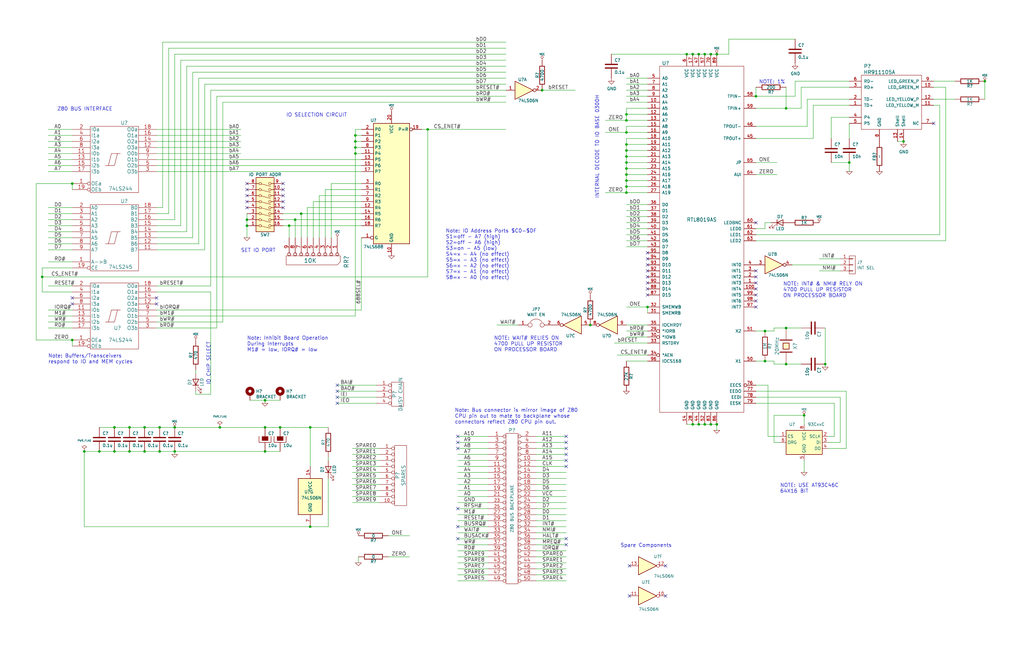
<source format=kicad_sch>
(kicad_sch (version 20211123) (generator eeschema)
  (paper "B")
  (junction (at 104.14 95.25))
  (junction (at 331.47 138.43))
  (junction (at 297.18 22.86))
  (junction (at 92.71 180.34))
  (junction (at 248.92 137.16))
  (junction (at 104.14 92.71))
  (junction (at 149.86 62.23))
  (junction (at 149.86 59.69))
  (junction (at 118.11 180.34))
  (junction (at 292.1 22.86))
  (junction (at 149.86 57.15))
  (junction (at 149.86 64.77))
  (junction (at 331.47 45.72))
  (junction (at 322.58 152.4))
  (junction (at 264.16 76.2))
  (junction (at 297.18 179.07))
  (junction (at 294.64 22.86))
  (junction (at 127 90.17))
  (junction (at 41.91 190.5))
  (junction (at 347.98 153.67))
  (junction (at 111.76 190.5))
  (junction (at 130.81 222.25))
  (junction (at 318.77 40.64))
  (junction (at 264.16 50.8))
  (junction (at 130.81 180.34))
  (junction (at 67.31 190.5))
  (junction (at 264.16 73.66))
  (junction (at 299.72 179.07))
  (junction (at 124.46 92.71))
  (junction (at 48.26 190.5))
  (junction (at 339.09 175.26))
  (junction (at 381 59.69))
  (junction (at 30.48 77.47))
  (junction (at 264.16 66.04))
  (junction (at 180.34 54.61))
  (junction (at 322.58 139.7))
  (junction (at 54.61 180.34))
  (junction (at 60.96 190.5))
  (junction (at 60.96 180.34))
  (junction (at 67.31 180.34))
  (junction (at 415.29 34.29))
  (junction (at 73.66 180.34))
  (junction (at 264.16 68.58))
  (junction (at 121.92 95.25))
  (junction (at 358.14 68.58))
  (junction (at 264.16 60.96))
  (junction (at 17.78 116.84))
  (junction (at 264.16 55.88))
  (junction (at 331.47 153.67))
  (junction (at 228.6 38.1))
  (junction (at 302.26 22.86))
  (junction (at 264.16 48.26))
  (junction (at 292.1 179.07))
  (junction (at 302.26 179.07))
  (junction (at 273.05 129.54))
  (junction (at 299.72 22.86))
  (junction (at 54.61 190.5))
  (junction (at 289.56 22.86))
  (junction (at 48.26 180.34))
  (junction (at 264.16 71.12))
  (junction (at 111.76 180.34))
  (junction (at 294.64 179.07))
  (junction (at 35.56 190.5))
  (junction (at 73.66 190.5))
  (junction (at 264.16 63.5))
  (junction (at 264.16 81.28))
  (junction (at 30.48 143.51))
  (junction (at 111.76 168.91))
  (junction (at 264.16 78.74))
  (no_connect (at 265.43 251.46))
  (no_connect (at 318.77 116.84))
  (no_connect (at 318.77 114.3))
  (no_connect (at 119.38 85.09))
  (no_connect (at 393.7 52.07))
  (no_connect (at 30.48 128.27))
  (no_connect (at 104.14 77.47))
  (no_connect (at 142.24 167.64))
  (no_connect (at 104.14 87.63))
  (no_connect (at 318.77 121.92))
  (no_connect (at 193.04 184.15))
  (no_connect (at 104.14 82.55))
  (no_connect (at 193.04 214.63))
  (no_connect (at 104.14 80.01))
  (no_connect (at 273.05 111.76))
  (no_connect (at 119.38 82.55))
  (no_connect (at 119.38 80.01))
  (no_connect (at 238.76 229.87))
  (no_connect (at 193.04 186.69))
  (no_connect (at 273.05 116.84))
  (no_connect (at 318.77 129.54))
  (no_connect (at 273.05 121.92))
  (no_connect (at 238.76 184.15))
  (no_connect (at 30.48 125.73))
  (no_connect (at 119.38 87.63))
  (no_connect (at 66.04 125.73))
  (no_connect (at 273.05 106.68))
  (no_connect (at 66.04 128.27))
  (no_connect (at 238.76 191.77))
  (no_connect (at 318.77 93.98))
  (no_connect (at 273.05 124.46))
  (no_connect (at 104.14 85.09))
  (no_connect (at 318.77 119.38))
  (no_connect (at 142.24 170.18))
  (no_connect (at 238.76 196.85))
  (no_connect (at 318.77 127))
  (no_connect (at 318.77 124.46))
  (no_connect (at 193.04 222.25))
  (no_connect (at 119.38 77.47))
  (no_connect (at 238.76 194.31))
  (no_connect (at 193.04 189.23))
  (no_connect (at 142.24 165.1))
  (no_connect (at 273.05 119.38))
  (no_connect (at 238.76 186.69))
  (no_connect (at 238.76 189.23))
  (no_connect (at 280.67 238.76))
  (no_connect (at 142.24 162.56))
  (no_connect (at 265.43 238.76))
  (no_connect (at 193.04 227.33))
  (no_connect (at 280.67 251.46))
  (no_connect (at 238.76 227.33))
  (no_connect (at 273.05 109.22))
  (no_connect (at 273.05 114.3))
  (wire (pts (xy 111.76 180.34) (xy 118.11 180.34)))
  (wire (pts (xy 226.06 201.93) (xy 238.76 201.93)))
  (wire (pts (xy 318.77 45.72) (xy 331.47 45.72)))
  (wire (pts (xy 30.48 80.01) (xy 30.48 77.47)))
  (wire (pts (xy 325.12 93.98) (xy 322.58 93.98)))
  (wire (pts (xy 358.14 52.07) (xy 358.14 58.42)))
  (wire (pts (xy 119.38 92.71) (xy 124.46 92.71)))
  (wire (pts (xy 273.05 35.56) (xy 264.16 35.56)))
  (wire (pts (xy 226.06 204.47) (xy 238.76 204.47)))
  (wire (pts (xy 73.66 22.86) (xy 73.66 92.71)))
  (wire (pts (xy 358.14 68.58) (xy 358.14 72.39)))
  (wire (pts (xy 381 59.69) (xy 378.46 59.69)))
  (wire (pts (xy 260.35 149.86) (xy 273.05 149.86)))
  (wire (pts (xy 226.06 222.25) (xy 238.76 222.25)))
  (wire (pts (xy 20.32 67.31) (xy 30.48 67.31)))
  (wire (pts (xy 54.61 190.5) (xy 60.96 190.5)))
  (wire (pts (xy 354.33 109.22) (xy 345.44 109.22)))
  (wire (pts (xy 264.16 68.58) (xy 273.05 68.58)))
  (wire (pts (xy 393.7 41.91) (xy 402.59 41.91)))
  (wire (pts (xy 66.04 69.85) (xy 152.4 69.85)))
  (wire (pts (xy 354.33 186.69) (xy 354.33 167.64)))
  (wire (pts (xy 124.46 100.33) (xy 124.46 92.71)))
  (wire (pts (xy 180.34 54.61) (xy 213.36 54.61)))
  (wire (pts (xy 66.04 138.43) (xy 91.44 138.43)))
  (wire (pts (xy 148.59 199.39) (xy 160.02 199.39)))
  (wire (pts (xy 354.33 167.64) (xy 318.77 167.64)))
  (wire (pts (xy 180.34 116.84) (xy 180.34 54.61)))
  (wire (pts (xy 226.06 217.17) (xy 238.76 217.17)))
  (wire (pts (xy 318.77 68.58) (xy 327.66 68.58)))
  (wire (pts (xy 17.78 113.03) (xy 17.78 116.84)))
  (wire (pts (xy 177.8 54.61) (xy 180.34 54.61)))
  (wire (pts (xy 86.36 105.41) (xy 86.36 35.56)))
  (wire (pts (xy 356.87 189.23) (xy 349.25 189.23)))
  (wire (pts (xy 273.05 99.06) (xy 264.16 99.06)))
  (wire (pts (xy 193.04 199.39) (xy 205.74 199.39)))
  (wire (pts (xy 193.04 245.11) (xy 205.74 245.11)))
  (wire (pts (xy 124.46 92.71) (xy 152.4 92.71)))
  (wire (pts (xy 264.16 60.96) (xy 264.16 63.5)))
  (wire (pts (xy 226.06 227.33) (xy 238.76 227.33)))
  (wire (pts (xy 264.16 71.12) (xy 273.05 71.12)))
  (wire (pts (xy 322.58 93.98) (xy 322.58 96.52)))
  (wire (pts (xy 66.04 123.19) (xy 88.9 123.19)))
  (wire (pts (xy 351.79 170.18) (xy 351.79 184.15)))
  (wire (pts (xy 76.2 25.4) (xy 213.36 25.4)))
  (wire (pts (xy 226.06 199.39) (xy 238.76 199.39)))
  (wire (pts (xy 335.28 40.64) (xy 335.28 34.29)))
  (wire (pts (xy 331.47 138.43) (xy 337.82 138.43)))
  (wire (pts (xy 326.39 186.69) (xy 326.39 175.26)))
  (wire (pts (xy 111.76 190.5) (xy 118.11 190.5)))
  (wire (pts (xy 226.06 234.95) (xy 238.76 234.95)))
  (wire (pts (xy 393.7 34.29) (xy 402.59 34.29)))
  (wire (pts (xy 318.77 165.1) (xy 356.87 165.1)))
  (wire (pts (xy 326.39 153.67) (xy 331.47 153.67)))
  (wire (pts (xy 226.06 189.23) (xy 238.76 189.23)))
  (wire (pts (xy 340.36 41.91) (xy 340.36 53.34)))
  (wire (pts (xy 331.47 45.72) (xy 337.82 45.72)))
  (wire (pts (xy 149.86 57.15) (xy 149.86 54.61)))
  (wire (pts (xy 193.04 209.55) (xy 205.74 209.55)))
  (wire (pts (xy 323.85 162.56) (xy 318.77 162.56)))
  (wire (pts (xy 331.47 36.83) (xy 331.47 45.72)))
  (wire (pts (xy 20.32 110.49) (xy 30.48 110.49)))
  (wire (pts (xy 149.86 133.35) (xy 149.86 64.77)))
  (wire (pts (xy 273.05 38.1) (xy 264.16 38.1)))
  (wire (pts (xy 121.92 100.33) (xy 121.92 95.25)))
  (wire (pts (xy 264.16 81.28) (xy 273.05 81.28)))
  (wire (pts (xy 264.16 53.34) (xy 264.16 55.88)))
  (wire (pts (xy 226.06 219.71) (xy 238.76 219.71)))
  (wire (pts (xy 264.16 66.04) (xy 273.05 66.04)))
  (wire (pts (xy 193.04 191.77) (xy 205.74 191.77)))
  (wire (pts (xy 193.04 214.63) (xy 205.74 214.63)))
  (wire (pts (xy 302.26 22.86) (xy 307.34 22.86)))
  (wire (pts (xy 152.4 62.23) (xy 149.86 62.23)))
  (wire (pts (xy 264.16 68.58) (xy 264.16 71.12)))
  (wire (pts (xy 105.41 168.91) (xy 111.76 168.91)))
  (wire (pts (xy 142.24 162.56) (xy 158.75 162.56)))
  (wire (pts (xy 83.82 33.02) (xy 83.82 102.87)))
  (wire (pts (xy 35.56 190.5) (xy 35.56 222.25)))
  (wire (pts (xy 218.44 137.16) (xy 209.55 137.16)))
  (wire (pts (xy 66.04 72.39) (xy 152.4 72.39)))
  (wire (pts (xy 104.14 95.25) (xy 104.14 100.33)))
  (wire (pts (xy 322.58 96.52) (xy 318.77 96.52)))
  (wire (pts (xy 93.98 135.89) (xy 93.98 43.18)))
  (wire (pts (xy 226.06 229.87) (xy 238.76 229.87)))
  (wire (pts (xy 328.93 184.15) (xy 323.85 184.15)))
  (wire (pts (xy 81.28 100.33) (xy 66.04 100.33)))
  (wire (pts (xy 351.79 184.15) (xy 349.25 184.15)))
  (wire (pts (xy 60.96 190.5) (xy 67.31 190.5)))
  (wire (pts (xy 48.26 190.5) (xy 54.61 190.5)))
  (wire (pts (xy 134.62 82.55) (xy 152.4 82.55)))
  (wire (pts (xy 273.05 93.98) (xy 264.16 93.98)))
  (wire (pts (xy 350.52 49.53) (xy 350.52 58.42)))
  (wire (pts (xy 66.04 135.89) (xy 93.98 135.89)))
  (wire (pts (xy 66.04 67.31) (xy 152.4 67.31)))
  (wire (pts (xy 66.04 133.35) (xy 149.86 133.35)))
  (wire (pts (xy 264.16 48.26) (xy 264.16 50.8)))
  (wire (pts (xy 82.55 157.48) (xy 82.55 156.21)))
  (wire (pts (xy 88.9 123.19) (xy 88.9 166.37)))
  (wire (pts (xy 67.31 190.5) (xy 73.66 190.5)))
  (wire (pts (xy 337.82 36.83) (xy 337.82 45.72)))
  (wire (pts (xy 257.81 22.86) (xy 289.56 22.86)))
  (wire (pts (xy 134.62 100.33) (xy 134.62 82.55)))
  (wire (pts (xy 396.24 44.45) (xy 393.7 44.45)))
  (wire (pts (xy 138.43 194.31) (xy 138.43 193.04)))
  (wire (pts (xy 130.81 222.25) (xy 138.43 222.25)))
  (wire (pts (xy 66.04 54.61) (xy 101.6 54.61)))
  (wire (pts (xy 322.58 152.4) (xy 326.39 152.4)))
  (wire (pts (xy 101.6 62.23) (xy 66.04 62.23)))
  (wire (pts (xy 71.12 20.32) (xy 71.12 90.17)))
  (wire (pts (xy 326.39 138.43) (xy 331.47 138.43)))
  (wire (pts (xy 193.04 227.33) (xy 205.74 227.33)))
  (wire (pts (xy 152.4 54.61) (xy 149.86 54.61)))
  (wire (pts (xy 255.27 55.88) (xy 264.16 55.88)))
  (wire (pts (xy 91.44 138.43) (xy 91.44 40.64)))
  (wire (pts (xy 20.32 90.17) (xy 30.48 90.17)))
  (wire (pts (xy 273.05 86.36) (xy 264.16 86.36)))
  (wire (pts (xy 273.05 142.24) (xy 264.16 142.24)))
  (wire (pts (xy 20.32 120.65) (xy 30.48 120.65)))
  (wire (pts (xy 226.06 196.85) (xy 238.76 196.85)))
  (wire (pts (xy 326.39 175.26) (xy 339.09 175.26)))
  (wire (pts (xy 66.04 130.81) (xy 152.4 130.81)))
  (wire (pts (xy 41.91 180.34) (xy 48.26 180.34)))
  (wire (pts (xy 294.64 179.07) (xy 297.18 179.07)))
  (wire (pts (xy 398.78 36.83) (xy 398.78 101.6)))
  (wire (pts (xy 20.32 133.35) (xy 30.48 133.35)))
  (wire (pts (xy 68.58 17.78) (xy 213.36 17.78)))
  (wire (pts (xy 20.32 72.39) (xy 30.48 72.39)))
  (wire (pts (xy 76.2 25.4) (xy 76.2 95.25)))
  (wire (pts (xy 264.16 76.2) (xy 264.16 78.74)))
  (wire (pts (xy 340.36 41.91) (xy 358.14 41.91)))
  (wire (pts (xy 127 100.33) (xy 127 90.17)))
  (wire (pts (xy 119.38 90.17) (xy 127 90.17)))
  (wire (pts (xy 226.06 209.55) (xy 238.76 209.55)))
  (wire (pts (xy 347.98 138.43) (xy 347.98 153.67)))
  (wire (pts (xy 226.06 207.01) (xy 238.76 207.01)))
  (wire (pts (xy 297.18 179.07) (xy 299.72 179.07)))
  (wire (pts (xy 104.14 92.71) (xy 104.14 95.25)))
  (wire (pts (xy 91.44 40.64) (xy 213.36 40.64)))
  (wire (pts (xy 152.4 100.33) (xy 152.4 130.81)))
  (wire (pts (xy 193.04 194.31) (xy 205.74 194.31)))
  (wire (pts (xy 322.58 139.7) (xy 326.39 139.7)))
  (wire (pts (xy 35.56 190.5) (xy 41.91 190.5)))
  (wire (pts (xy 17.78 116.84) (xy 17.78 123.19)))
  (wire (pts (xy 152.4 59.69) (xy 149.86 59.69)))
  (wire (pts (xy 129.54 87.63) (xy 152.4 87.63)))
  (wire (pts (xy 264.16 73.66) (xy 264.16 76.2)))
  (wire (pts (xy 193.04 217.17) (xy 205.74 217.17)))
  (wire (pts (xy 354.33 114.3) (xy 345.44 114.3)))
  (wire (pts (xy 73.66 190.5) (xy 111.76 190.5)))
  (wire (pts (xy 148.59 191.77) (xy 160.02 191.77)))
  (wire (pts (xy 119.38 95.25) (xy 121.92 95.25)))
  (wire (pts (xy 20.32 105.41) (xy 30.48 105.41)))
  (wire (pts (xy 415.29 41.91) (xy 415.29 34.29)))
  (wire (pts (xy 273.05 101.6) (xy 264.16 101.6)))
  (wire (pts (xy 289.56 179.07) (xy 292.1 179.07)))
  (wire (pts (xy 142.24 170.18) (xy 158.75 170.18)))
  (wire (pts (xy 68.58 17.78) (xy 68.58 87.63)))
  (wire (pts (xy 264.16 45.72) (xy 264.16 48.26)))
  (wire (pts (xy 350.52 68.58) (xy 358.14 68.58)))
  (wire (pts (xy 20.32 135.89) (xy 30.48 135.89)))
  (wire (pts (xy 148.59 201.93) (xy 160.02 201.93)))
  (wire (pts (xy 193.04 229.87) (xy 205.74 229.87)))
  (wire (pts (xy 242.57 38.1) (xy 228.6 38.1)))
  (wire (pts (xy 139.7 77.47) (xy 152.4 77.47)))
  (wire (pts (xy 17.78 116.84) (xy 180.34 116.84)))
  (wire (pts (xy 264.16 55.88) (xy 273.05 55.88)))
  (wire (pts (xy 318.77 40.64) (xy 335.28 40.64)))
  (wire (pts (xy 193.04 234.95) (xy 205.74 234.95)))
  (wire (pts (xy 139.7 100.33) (xy 139.7 77.47)))
  (wire (pts (xy 76.2 95.25) (xy 66.04 95.25)))
  (wire (pts (xy 20.32 102.87) (xy 30.48 102.87)))
  (wire (pts (xy 142.24 167.64) (xy 158.75 167.64)))
  (wire (pts (xy 273.05 96.52) (xy 264.16 96.52)))
  (wire (pts (xy 148.59 209.55) (xy 160.02 209.55)))
  (wire (pts (xy 193.04 207.01) (xy 205.74 207.01)))
  (wire (pts (xy 152.4 64.77) (xy 149.86 64.77)))
  (wire (pts (xy 339.09 175.26) (xy 339.09 179.07)))
  (wire (pts (xy 193.04 232.41) (xy 205.74 232.41)))
  (wire (pts (xy 148.59 194.31) (xy 160.02 194.31)))
  (wire (pts (xy 101.6 57.15) (xy 66.04 57.15)))
  (wire (pts (xy 88.9 38.1) (xy 213.36 38.1)))
  (wire (pts (xy 193.04 222.25) (xy 205.74 222.25)))
  (wire (pts (xy 137.16 100.33) (xy 137.16 80.01)))
  (wire (pts (xy 86.36 35.56) (xy 213.36 35.56)))
  (wire (pts (xy 349.25 186.69) (xy 354.33 186.69)))
  (wire (pts (xy 193.04 219.71) (xy 205.74 219.71)))
  (wire (pts (xy 20.32 64.77) (xy 30.48 64.77)))
  (wire (pts (xy 273.05 40.64) (xy 264.16 40.64)))
  (wire (pts (xy 342.9 44.45) (xy 342.9 58.42)))
  (wire (pts (xy 398.78 101.6) (xy 318.77 101.6)))
  (wire (pts (xy 48.26 180.34) (xy 54.61 180.34)))
  (wire (pts (xy 358.14 44.45) (xy 342.9 44.45)))
  (wire (pts (xy 81.28 30.48) (xy 213.36 30.48)))
  (wire (pts (xy 273.05 129.54) (xy 273.05 132.08)))
  (wire (pts (xy 20.32 62.23) (xy 30.48 62.23)))
  (wire (pts (xy 226.06 191.77) (xy 238.76 191.77)))
  (wire (pts (xy 71.12 90.17) (xy 66.04 90.17)))
  (wire (pts (xy 307.34 16.51) (xy 335.28 16.51)))
  (wire (pts (xy 226.06 194.31) (xy 238.76 194.31)))
  (wire (pts (xy 193.04 189.23) (xy 205.74 189.23)))
  (wire (pts (xy 149.86 62.23) (xy 149.86 59.69)))
  (wire (pts (xy 130.81 196.85) (xy 130.81 180.34)))
  (wire (pts (xy 163.83 226.06) (xy 172.72 226.06)))
  (wire (pts (xy 347.98 153.67) (xy 347.98 154.94)))
  (wire (pts (xy 132.08 85.09) (xy 152.4 85.09)))
  (wire (pts (xy 264.16 78.74) (xy 264.16 81.28)))
  (wire (pts (xy 20.32 97.79) (xy 30.48 97.79)))
  (wire (pts (xy 264.16 66.04) (xy 264.16 68.58)))
  (wire (pts (xy 193.04 224.79) (xy 205.74 224.79)))
  (wire (pts (xy 226.06 186.69) (xy 238.76 186.69)))
  (wire (pts (xy 273.05 43.18) (xy 264.16 43.18)))
  (wire (pts (xy 193.04 204.47) (xy 205.74 204.47)))
  (wire (pts (xy 356.87 165.1) (xy 356.87 189.23)))
  (wire (pts (xy 20.32 100.33) (xy 30.48 100.33)))
  (wire (pts (xy 15.24 77.47) (xy 30.48 77.47)))
  (wire (pts (xy 328.93 186.69) (xy 326.39 186.69)))
  (wire (pts (xy 132.08 100.33) (xy 132.08 85.09)))
  (wire (pts (xy 15.24 143.51) (xy 15.24 77.47)))
  (wire (pts (xy 323.85 184.15) (xy 323.85 162.56)))
  (wire (pts (xy 350.52 49.53) (xy 358.14 49.53)))
  (wire (pts (xy 78.74 97.79) (xy 66.04 97.79)))
  (wire (pts (xy 78.74 27.94) (xy 78.74 97.79)))
  (wire (pts (xy 73.66 22.86) (xy 213.36 22.86)))
  (wire (pts (xy 193.04 201.93) (xy 205.74 201.93)))
  (wire (pts (xy 264.16 71.12) (xy 264.16 73.66)))
  (wire (pts (xy 148.59 196.85) (xy 160.02 196.85)))
  (wire (pts (xy 104.14 90.17) (xy 104.14 92.71)))
  (wire (pts (xy 129.54 100.33) (xy 129.54 87.63)))
  (wire (pts (xy 273.05 139.7) (xy 264.16 139.7)))
  (wire (pts (xy 127 90.17) (xy 152.4 90.17)))
  (wire (pts (xy 226.06 240.03) (xy 238.76 240.03)))
  (wire (pts (xy 294.64 22.86) (xy 297.18 22.86)))
  (wire (pts (xy 149.86 64.77) (xy 149.86 62.23)))
  (wire (pts (xy 226.06 224.79) (xy 238.76 224.79)))
  (wire (pts (xy 393.7 36.83) (xy 398.78 36.83)))
  (wire (pts (xy 142.24 165.1) (xy 158.75 165.1)))
  (wire (pts (xy 318.77 53.34) (xy 340.36 53.34)))
  (wire (pts (xy 151.13 234.95) (xy 151.13 237.49)))
  (wire (pts (xy 226.06 212.09) (xy 238.76 212.09)))
  (wire (pts (xy 307.34 22.86) (xy 307.34 16.51)))
  (wire (pts (xy 273.05 152.4) (xy 264.16 152.4)))
  (wire (pts (xy 111.76 168.91) (xy 111.76 170.18)))
  (wire (pts (xy 297.18 22.86) (xy 299.72 22.86)))
  (wire (pts (xy 148.59 207.01) (xy 160.02 207.01)))
  (wire (pts (xy 138.43 201.93) (xy 138.43 222.25)))
  (wire (pts (xy 331.47 153.67) (xy 337.82 153.67)))
  (wire (pts (xy 78.74 27.94) (xy 213.36 27.94)))
  (wire (pts (xy 264.16 63.5) (xy 273.05 63.5)))
  (wire (pts (xy 148.59 212.09) (xy 160.02 212.09)))
  (wire (pts (xy 30.48 143.51) (xy 30.48 146.05)))
  (wire (pts (xy 88.9 120.65) (xy 88.9 38.1)))
  (wire (pts (xy 264.16 58.42) (xy 264.16 60.96)))
  (wire (pts (xy 255.27 81.28) (xy 264.16 81.28)))
  (wire (pts (xy 82.55 166.37) (xy 82.55 165.1)))
  (wire (pts (xy 66.04 105.41) (xy 86.36 105.41)))
  (wire (pts (xy 339.09 194.31) (xy 339.09 199.39)))
  (wire (pts (xy 299.72 22.86) (xy 302.26 22.86)))
  (wire (pts (xy 118.11 180.34) (xy 130.81 180.34)))
  (wire (pts (xy 264.16 60.96) (xy 273.05 60.96)))
  (wire (pts (xy 273.05 33.02) (xy 264.16 33.02)))
  (wire (pts (xy 273.05 91.44) (xy 264.16 91.44)))
  (wire (pts (xy 255.27 50.8) (xy 264.16 50.8)))
  (wire (pts (xy 273.05 104.14) (xy 264.16 104.14)))
  (wire (pts (xy 130.81 180.34) (xy 138.43 180.34)))
  (wire (pts (xy 335.28 34.29) (xy 358.14 34.29)))
  (wire (pts (xy 226.06 184.15) (xy 238.76 184.15)))
  (wire (pts (xy 318.77 170.18) (xy 351.79 170.18)))
  (wire (pts (xy 264.16 63.5) (xy 264.16 66.04)))
  (wire (pts (xy 273.05 45.72) (xy 264.16 45.72)))
  (wire (pts (xy 318.77 58.42) (xy 342.9 58.42)))
  (wire (pts (xy 273.05 50.8) (xy 264.16 50.8)))
  (wire (pts (xy 193.04 240.03) (xy 205.74 240.03)))
  (wire (pts (xy 292.1 22.86) (xy 294.64 22.86)))
  (wire (pts (xy 83.82 33.02) (xy 213.36 33.02)))
  (wire (pts (xy 60.96 180.34) (xy 67.31 180.34)))
  (wire (pts (xy 81.28 30.48) (xy 81.28 100.33)))
  (wire (pts (xy 20.32 54.61) (xy 30.48 54.61)))
  (wire (pts (xy 92.71 180.34) (xy 111.76 180.34)))
  (wire (pts (xy 326.39 139.7) (xy 326.39 138.43)))
  (wire (pts (xy 264.16 78.74) (xy 273.05 78.74)))
  (wire (pts (xy 193.04 196.85) (xy 205.74 196.85)))
  (wire (pts (xy 163.83 234.95) (xy 172.72 234.95)))
  (wire (pts (xy 264.16 129.54) (xy 273.05 129.54)))
  (wire (pts (xy 273.05 48.26) (xy 264.16 48.26)))
  (wire (pts (xy 15.24 143.51) (xy 30.48 143.51)))
  (wire (pts (xy 318.77 139.7) (xy 322.58 139.7)))
  (wire (pts (xy 318.77 36.83) (xy 318.77 40.64)))
  (wire (pts (xy 193.04 237.49) (xy 205.74 237.49)))
  (wire (pts (xy 226.06 245.11) (xy 238.76 245.11)))
  (wire (pts (xy 289.56 22.86) (xy 292.1 22.86)))
  (wire (pts (xy 20.32 57.15) (xy 30.48 57.15)))
  (wire (pts (xy 67.31 180.34) (xy 73.66 180.34)))
  (wire (pts (xy 334.01 111.76) (xy 354.33 111.76)))
  (wire (pts (xy 121.92 95.25) (xy 152.4 95.25)))
  (wire (pts (xy 54.61 180.34) (xy 60.96 180.34)))
  (wire (pts (xy 20.32 95.25) (xy 30.48 95.25)))
  (wire (pts (xy 273.05 53.34) (xy 264.16 53.34)))
  (wire (pts (xy 226.06 237.49) (xy 238.76 237.49)))
  (wire (pts (xy 226.06 232.41) (xy 238.76 232.41)))
  (wire (pts (xy 73.66 190.5) (xy 73.66 191.77)))
  (wire (pts (xy 20.32 59.69) (xy 30.48 59.69)))
  (wire (pts (xy 264.16 76.2) (xy 273.05 76.2)))
  (wire (pts (xy 273.05 144.78) (xy 259.08 144.78)))
  (wire (pts (xy 137.16 80.01) (xy 152.4 80.01)))
  (wire (pts (xy 292.1 179.07) (xy 294.64 179.07)))
  (wire (pts (xy 302.26 179.07) (xy 302.26 181.61)))
  (wire (pts (xy 83.82 102.87) (xy 66.04 102.87)))
  (wire (pts (xy 318.77 73.66) (xy 327.66 73.66)))
  (wire (pts (xy 337.82 36.83) (xy 358.14 36.83)))
  (wire (pts (xy 226.06 214.63) (xy 238.76 214.63)))
  (wire (pts (xy 148.59 204.47) (xy 160.02 204.47)))
  (wire (pts (xy 66.04 120.65) (xy 88.9 120.65)))
  (wire (pts (xy 20.32 92.71) (xy 30.48 92.71)))
  (wire (pts (xy 273.05 137.16) (xy 264.16 137.16)))
  (wire (pts (xy 66.04 59.69) (xy 101.6 59.69)))
  (wire (pts (xy 299.72 179.07) (xy 302.26 179.07)))
  (wire (pts (xy 226.06 242.57) (xy 238.76 242.57)))
  (wire (pts (xy 20.32 130.81) (xy 30.48 130.81)))
  (wire (pts (xy 193.04 186.69) (xy 205.74 186.69)))
  (wire (pts (xy 20.32 69.85) (xy 30.48 69.85)))
  (wire (pts (xy 148.59 189.23) (xy 160.02 189.23)))
  (wire (pts (xy 17.78 113.03) (xy 30.48 113.03)))
  (wire (pts (xy 318.77 99.06) (xy 396.24 99.06)))
  (wire (pts (xy 93.98 43.18) (xy 213.36 43.18)))
  (wire (pts (xy 20.32 87.63) (xy 30.48 87.63)))
  (wire (pts (xy 101.6 64.77) (xy 66.04 64.77)))
  (wire (pts (xy 71.12 20.32) (xy 213.36 20.32)))
  (wire (pts (xy 20.32 138.43) (xy 30.48 138.43)))
  (wire (pts (xy 17.78 123.19) (xy 30.48 123.19)))
  (wire (pts (xy 264.16 73.66) (xy 273.05 73.66)))
  (wire (pts (xy 35.56 222.25) (xy 130.81 222.25)))
  (wire (pts (xy 68.58 87.63) (xy 66.04 87.63)))
  (wire (pts (xy 73.66 180.34) (xy 92.71 180.34)))
  (wire (pts (xy 273.05 88.9) (xy 264.16 88.9)))
  (wire (pts (xy 396.24 99.06) (xy 396.24 44.45)))
  (wire (pts (xy 152.4 57.15) (xy 149.86 57.15)))
  (wire (pts (xy 193.04 184.15) (xy 205.74 184.15)))
  (wire (pts (xy 326.39 152.4) (xy 326.39 153.67)))
  (wire (pts (xy 318.77 152.4) (xy 322.58 152.4)))
  (wire (pts (xy 41.91 190.5) (xy 48.26 190.5)))
  (wire (pts (xy 88.9 166.37) (xy 82.55 166.37)))
  (wire (pts (xy 193.04 212.09) (xy 205.74 212.09)))
  (wire (pts (xy 111.76 168.91) (xy 118.11 168.91)))
  (wire (pts (xy 264.16 58.42) (xy 273.05 58.42)))
  (wire (pts (xy 73.66 92.71) (xy 66.04 92.71)))
  (wire (pts (xy 149.86 59.69) (xy 149.86 57.15)))
  (wire (pts (xy 193.04 242.57) (xy 205.74 242.57)))
  (text "Note: IO Address Ports $C0-$DF\nS1=off - A7 (high)\nS2=off - A6 (high)\nS3=on - A5 (low)\nS4=x - A4 (no effect)\nS5=x - A3 (no effect)\nS6=x - A2 (no effect)\nS7=x - A1 (no effect)\nS8=x - A0 (no effect)" (at 187.96 118.11 0) (effects (font (size 1.524 1.524)) (justify left bottom)))
  (text "NOTE: INT# & NMI# RELY ON\n4700 PULL UP RESISTOR\nON PROCESSOR BOARD" (at 330.2 125.73 0) (effects (font (size 1.524 1.524)) (justify left bottom)))
  (text "Note: Inhibit Board Operation\nDuring Interrupts\nM1# = low, IORQ# = low" (at 104.14 148.59 0) (effects (font (size 1.524 1.524)) (justify left bottom)))
  (text "NOTE: USE AT93C46C\n64X16 BIT" (at 328.93 208.28 0) (effects (font (size 1.524 1.524)) (justify left bottom)))
  (text "NOTE: 1%" (at 320.04 35.56 0) (effects (font (size 1.524 1.524)) (justify left bottom)))
  (text "NOTE: WAIT# RELIES ON\n4700 PULL UP RESISTOR\nON PROCESSOR BOARD" (at 208.28 148.59 0) (effects (font (size 1.524 1.524)) (justify left bottom)))
  (text "INTERNAL DECODE TO IO BASE 0300H" (at 252.73 83.82 90) (effects (font (size 1.524 1.524)) (justify left bottom)))
  (text "IO CHIP SELECT" (at 88.9 162.56 90) (effects (font (size 1.524 1.524)) (justify left bottom)))
  (text "Note: Buffers/Transceivers\nrespond to IO and MEM cycles" (at 20.32 153.67 0) (effects (font (size 1.524 1.524)) (justify left bottom)))
  (text "Z80 BUS INTERFACE" (at 24.13 46.99 0) (effects (font (size 1.524 1.524)) (justify left bottom)))
  (text "Note: Bus connector is mirror image of Z80\nCPU pin out to mate to backplane whose\nconnectors reflect Z80 CPU pin out." (at 191.77 179.07 0) (effects (font (size 1.524 1.524)) (justify left bottom)))
  (text "IO SELECTION CIRCUIT" (at 120.65 49.53 0) (effects (font (size 1.524 1.524)) (justify left bottom)))
  (text "Spare Components" (at 261.62 231.14 0) (effects (font (size 1.524 1.524)) (justify left bottom)))
  (text "SET IO PORT" (at 101.6 106.68 0) (effects (font (size 1.524 1.524)) (justify left bottom)))
  (label "bD5" (at 265.43 99.06 0) (effects (font (size 1.524 1.524))))
  (label "bWR#" (at 67.31 135.89 0) (effects (font (size 1.524 1.524))))
  (label "D7" (at 228.6 214.63 0) (effects (font (size 1.524 1.524))))
  (label "A5" (at 195.58 196.85 0) (effects (font (size 1.524 1.524))))
  (label "SPARE1" (at 228.6 237.49 0) (effects (font (size 1.524 1.524))))
  (label "M1#" (at 22.86 133.35 0) (effects (font (size 1.524 1.524))))
  (label "M1#" (at 195.58 217.17 0) (effects (font (size 1.524 1.524))))
  (label "SPARE0" (at 149.86 189.23 0) (effects (font (size 1.524 1.524))))
  (label "A1" (at 195.58 207.01 0) (effects (font (size 1.524 1.524))))
  (label "ONE" (at 165.1 226.06 0) (effects (font (size 1.524 1.524))))
  (label "D3" (at 228.6 201.93 0) (effects (font (size 1.524 1.524))))
  (label "bD4" (at 265.43 96.52 0) (effects (font (size 1.524 1.524))))
  (label "688SEL#" (at 152.4 128.27 90) (effects (font (size 1.524 1.524))))
  (label "D5" (at 22.86 100.33 0) (effects (font (size 1.524 1.524))))
  (label "bWR#" (at 265.43 142.24 0) (effects (font (size 1.524 1.524))))
  (label "WAIT#" (at 210.82 137.16 0) (effects (font (size 1.524 1.524))))
  (label "A7" (at 22.86 72.39 0) (effects (font (size 1.524 1.524))))
  (label "MREQ#" (at 228.6 229.87 0) (effects (font (size 1.524 1.524))))
  (label "bRD#" (at 200.66 40.64 0) (effects (font (size 1.524 1.524))))
  (label "A4" (at 22.86 64.77 0) (effects (font (size 1.524 1.524))))
  (label "GND" (at 195.58 212.09 0) (effects (font (size 1.524 1.524))))
  (label "WR#" (at 195.58 229.87 0) (effects (font (size 1.524 1.524))))
  (label "D2" (at 22.86 92.71 0) (effects (font (size 1.524 1.524))))
  (label "D6" (at 228.6 207.01 0) (effects (font (size 1.524 1.524))))
  (label "D3" (at 22.86 95.25 0) (effects (font (size 1.524 1.524))))
  (label "bD2" (at 265.43 91.44 0) (effects (font (size 1.524 1.524))))
  (label "bA1" (at 265.43 35.56 0) (effects (font (size 1.524 1.524))))
  (label "bRD#" (at 265.43 139.7 0) (effects (font (size 1.524 1.524))))
  (label "A3" (at 195.58 201.93 0) (effects (font (size 1.524 1.524))))
  (label "CS_ENET#" (at 261.62 149.86 0) (effects (font (size 1.524 1.524))))
  (label "D1" (at 22.86 90.17 0) (effects (font (size 1.524 1.524))))
  (label "SPARE1" (at 149.86 191.77 0) (effects (font (size 1.524 1.524))))
  (label "D0" (at 228.6 217.17 0) (effects (font (size 1.524 1.524))))
  (label "ZERO" (at 256.54 81.28 0) (effects (font (size 1.524 1.524))))
  (label "bA0" (at 96.52 54.61 0) (effects (font (size 1.524 1.524))))
  (label "D7" (at 22.86 105.41 0) (effects (font (size 1.524 1.524))))
  (label "bRESET#" (at 67.31 120.65 0) (effects (font (size 1.524 1.524))))
  (label "bA3" (at 265.43 40.64 0) (effects (font (size 1.524 1.524))))
  (label "ZERO" (at 22.86 143.51 0) (effects (font (size 1.524 1.524))))
  (label "IORQ#" (at 22.86 130.81 0) (effects (font (size 1.524 1.524))))
  (label "ZERO" (at 165.1 234.95 0) (effects (font (size 1.524 1.524))))
  (label "ZERO" (at 256.54 50.8 0) (effects (font (size 1.524 1.524))))
  (label "bD7" (at 200.66 35.56 0) (effects (font (size 1.524 1.524))))
  (label "CLK" (at 228.6 196.85 0) (effects (font (size 1.524 1.524))))
  (label "bD0" (at 265.43 86.36 0) (effects (font (size 1.524 1.524))))
  (label "bD5" (at 200.66 30.48 0) (effects (font (size 1.524 1.524))))
  (label "bD1" (at 265.43 88.9 0) (effects (font (size 1.524 1.524))))
  (label "bD2" (at 200.66 22.86 0) (effects (font (size 1.524 1.524))))
  (label "A4" (at 195.58 199.39 0) (effects (font (size 1.524 1.524))))
  (label "ZERO" (at 320.04 73.66 0) (effects (font (size 1.524 1.524))))
  (label "VCC" (at 228.6 209.55 0) (effects (font (size 1.524 1.524))))
  (label "WR#" (at 22.86 135.89 0) (effects (font (size 1.524 1.524))))
  (label "SPARE8" (at 149.86 209.55 0) (effects (font (size 1.524 1.524))))
  (label "BUSRQ#" (at 195.58 222.25 0) (effects (font (size 1.524 1.524))))
  (label "D2" (at 228.6 212.09 0) (effects (font (size 1.524 1.524))))
  (label "bA6" (at 96.52 69.85 0) (effects (font (size 1.524 1.524))))
  (label "bA4" (at 265.43 43.18 0) (effects (font (size 1.524 1.524))))
  (label "BUSACK#" (at 195.58 227.33 0) (effects (font (size 1.524 1.524))))
  (label "NMI#" (at 228.6 224.79 0) (effects (font (size 1.524 1.524))))
  (label "RESET#" (at 195.58 219.71 0) (effects (font (size 1.524 1.524))))
  (label "RFSH#" (at 195.58 214.63 0) (effects (font (size 1.524 1.524))))
  (label "SPARE6" (at 149.86 204.47 0) (effects (font (size 1.524 1.524))))
  (label "INT#" (at 346.71 109.22 0) (effects (font (size 1.524 1.524))))
  (label "bD6" (at 265.43 101.6 0) (effects (font (size 1.524 1.524))))
  (label "SPARE5" (at 195.58 245.11 0) (effects (font (size 1.524 1.524))))
  (label "D4" (at 22.86 97.79 0) (effects (font (size 1.524 1.524))))
  (label "bD6" (at 200.66 33.02 0) (effects (font (size 1.524 1.524))))
  (label "WAIT#" (at 195.58 224.79 0) (effects (font (size 1.524 1.524))))
  (label "bA0" (at 265.43 33.02 0) (effects (font (size 1.524 1.524))))
  (label "SPARE5" (at 149.86 201.93 0) (effects (font (size 1.524 1.524))))
  (label "bIORQ#" (at 67.31 130.81 0) (effects (font (size 1.524 1.524))))
  (label "SPARE6" (at 195.58 242.57 0) (effects (font (size 1.524 1.524))))
  (label "INT#" (at 228.6 222.25 0) (effects (font (size 1.524 1.524))))
  (label "A0" (at 22.86 54.61 0) (effects (font (size 1.524 1.524))))
  (label "D1" (at 228.6 219.71 0) (effects (font (size 1.524 1.524))))
  (label "bA3" (at 96.52 62.23 0) (effects (font (size 1.524 1.524))))
  (label "bRESET" (at 260.35 144.78 0) (effects (font (size 1.524 1.524))))
  (label "bWR#" (at 200.66 43.18 0) (effects (font (size 1.524 1.524))))
  (label "A7" (at 195.58 191.77 0) (effects (font (size 1.524 1.524))))
  (label "A11" (at 228.6 184.15 0) (effects (font (size 1.524 1.524))))
  (label "IEO" (at 143.51 170.18 0) (effects (font (size 1.524 1.524))))
  (label "SPARE4" (at 228.6 245.11 0) (effects (font (size 1.524 1.524))))
  (label "SPARE2" (at 228.6 240.03 0) (effects (font (size 1.524 1.524))))
  (label "D4" (at 228.6 199.39 0) (effects (font (size 1.524 1.524))))
  (label "RD#" (at 195.58 232.41 0) (effects (font (size 1.524 1.524))))
  (label "D0" (at 22.86 87.63 0) (effects (font (size 1.524 1.524))))
  (label "ONE" (at 265.43 129.54 0) (effects (font (size 1.524 1.524))))
  (label "IORQ#" (at 228.6 232.41 0) (effects (font (size 1.524 1.524))))
  (label "A10" (at 195.58 184.15 0) (effects (font (size 1.524 1.524))))
  (label "A1" (at 22.86 57.15 0) (effects (font (size 1.524 1.524))))
  (label "HALT#" (at 228.6 227.33 0) (effects (font (size 1.524 1.524))))
  (label "bA5" (at 96.52 67.31 0) (effects (font (size 1.524 1.524))))
  (label "D5" (at 228.6 204.47 0) (effects (font (size 1.524 1.524))))
  (label "bD3" (at 265.43 93.98 0) (effects (font (size 1.524 1.524))))
  (label "A6" (at 22.86 69.85 0) (effects (font (size 1.524 1.524))))
  (label "SPARE9" (at 149.86 212.09 0) (effects (font (size 1.524 1.524))))
  (label "bA1" (at 96.52 57.15 0) (effects (font (size 1.524 1.524))))
  (label "A13" (at 228.6 189.23 0) (effects (font (size 1.524 1.524))))
  (label "RESET#" (at 22.86 120.65 0) (effects (font (size 1.524 1.524))))
  (label "RD#" (at 22.86 110.49 0) (effects (font (size 1.524 1.524))))
  (label "CS_ENET#" (at 182.88 54.61 0) (effects (font (size 1.524 1.524))))
  (label "A9" (at 195.58 186.69 0) (effects (font (size 1.524 1.524))))
  (label "A2" (at 195.58 204.47 0) (effects (font (size 1.524 1.524))))
  (label "bRD#" (at 67.31 138.43 0) (effects (font (size 1.524 1.524))))
  (label "BAO#" (at 143.51 165.1 0) (effects (font (size 1.524 1.524))))
  (label "A14" (at 228.6 191.77 0) (effects (font (size 1.524 1.524))))
  (label "A6" (at 195.58 194.31 0) (effects (font (size 1.524 1.524))))
  (label "SPARE3" (at 149.86 196.85 0) (effects (font (size 1.524 1.524))))
  (label "ONE" (at 320.04 68.58 0) (effects (font (size 1.524 1.524))))
  (label "ONE" (at 256.54 55.88 0) (effects (font (size 1.524 1.524))))
  (label "bRESET#" (at 200.66 38.1 0) (effects (font (size 1.524 1.524))))
  (label "A3" (at 22.86 62.23 0) (effects (font (size 1.524 1.524))))
  (label "bD0" (at 200.66 17.78 0) (effects (font (size 1.524 1.524))))
  (label "SPARE4" (at 149.86 199.39 0) (effects (font (size 1.524 1.524))))
  (label "A12" (at 228.6 186.69 0) (effects (font (size 1.524 1.524))))
  (label "SPARE7" (at 195.58 240.03 0) (effects (font (size 1.524 1.524))))
  (label "IEI" (at 143.51 167.64 0) (effects (font (size 1.524 1.524))))
  (label "BAI#" (at 143.51 162.56 0) (effects (font (size 1.524 1.524))))
  (label "bD7" (at 265.43 104.14 0) (effects (font (size 1.524 1.524))))
  (label "bA4" (at 96.52 64.77 0) (effects (font (size 1.524 1.524))))
  (label "A15" (at 228.6 194.31 0) (effects (font (size 1.524 1.524))))
  (label "bD3" (at 200.66 25.4 0) (effects (font (size 1.524 1.524))))
  (label "SPARE0" (at 228.6 234.95 0) (effects (font (size 1.524 1.524))))
  (label "SPARE8" (at 195.58 237.49 0) (effects (font (size 1.524 1.524))))
  (label "NMI#" (at 346.71 114.3 0) (effects (font (size 1.524 1.524))))
  (label "SPARE3" (at 228.6 242.57 0) (effects (font (size 1.524 1.524))))
  (label "A5" (at 22.86 67.31 0) (effects (font (size 1.524 1.524))))
  (label "CS_ENET#" (at 21.59 116.84 0) (effects (font (size 1.524 1.524))))
  (label "bA7" (at 96.52 72.39 0) (effects (font (size 1.524 1.524))))
  (label "bA2" (at 96.52 59.69 0) (effects (font (size 1.524 1.524))))
  (label "A0" (at 195.58 209.55 0) (effects (font (size 1.524 1.524))))
  (label "SPARE9" (at 195.58 234.95 0) (effects (font (size 1.524 1.524))))
  (label "RD#" (at 22.86 138.43 0) (effects (font (size 1.524 1.524))))
  (label "bM1#" (at 67.31 133.35 0) (effects (font (size 1.524 1.524))))
  (label "bD4" (at 200.66 27.94 0) (effects (font (size 1.524 1.524))))
  (label "SPARE7" (at 149.86 207.01 0) (effects (font (size 1.524 1.524))))
  (label "bA2" (at 265.43 38.1 0) (effects (font (size 1.524 1.524))))
  (label "A8" (at 195.58 189.23 0) (effects (font (size 1.524 1.524))))
  (label "A2" (at 22.86 59.69 0) (effects (font (size 1.524 1.524))))
  (label "bRESET" (at 231.14 38.1 0) (effects (font (size 1.524 1.524))))
  (label "D6" (at 22.86 102.87 0) (effects (font (size 1.524 1.524))))
  (label "bD1" (at 200.66 20.32 0) (effects (font (size 1.524 1.524))))
  (label "SPARE2" (at 149.86 194.31 0) (effects (font (size 1.524 1.524))))
  (symbol (lib_id "Z80ENET-rescue:GND-power1") (at 370.84 72.39 0) (unit 1)
    (property "Reference" "#PWR?" (effects hide))
    (property "Value" "GND" (effects hide))
  )
  (symbol (lib_id "Z80ENET-rescue:CONN_10-conn-Z80KBDMSE2-rescue") (at 168.91 200.66 0) (unit 1)
    (property "Reference" "P?" (at 167.64 200.66 90) (effects (font (size 1.524 1.524))))
    (property "Value" "SPARES" (at 170.18 200.66 90) (effects (font (size 1.524 1.524))))
    (property "Footprint" "Connector_PinHeader_2.54mm:PinHeader_1x10_P2.54mm_Vertical" (effects hide))
  )
  (symbol (lib_id "Z80ENET-rescue:C-device-Z80SERIAL-rescue-Z80SERIAL2-rescue-Z80VDC-rescue-Z80KBDMSE-rescue-Z80KBDMSE2-rescue") (at 54.61 185.42 0) (unit 1)
    (property "Reference" "C?" (at 55.88 182.88 0) (effects (justify left)))
    (property "Value" "0.1u" (at 55.88 187.96 0) (effects (justify left)))
    (property "Footprint" "Capacitor_THT:C_Disc_D5.0mm_W2.5mm_P5.00mm" (effects hide))
  )
  (symbol (lib_id "Z80ENET-rescue:VCC-power1") (at 302.26 22.86 0) (mirror y) (unit 1)
    (property "Reference" "#PWR?" (effects hide))
    (property "Value" "VCC" (at 302.26 20.32 0) (effects (font (size 0.762 0.762))))
  )
  (symbol (lib_id "Z80ENET-rescue:GND-power-Z80KBDMSE2-rescue") (at 73.66 191.77 0) (unit 1)
    (property "Reference" "#PWR?" (effects hide))
    (property "Value" "GND" (effects hide))
  )
  (symbol (lib_id "Jackalope-rescue:R-RESCUE-Jackalope") (at 264.16 158.75 0) (unit 1)
    (property "Reference" "R?" (at 266.192 158.75 90))
    (property "Value" "27K" (at 264.16 158.75 90))
    (property "Footprint" "Resistor_THT:R_Axial_DIN0207_L6.3mm_D2.5mm_P7.62mm_Horizontal" (effects hide))
  )
  (symbol (lib_id "Z80ENET-rescue:MountingHole_Pad-mechanical") (at 118.11 166.37 0) (unit 1)
    (property "Reference" "H?" (at 120.65 165.1254 0) (effects (justify left)))
    (property "Value" "BRACKET" (at 120.65 167.4368 0) (effects (justify left)))
    (property "Footprint" "MountingHole:MountingHole_2.2mm_M2_Pad" (effects hide))
  )
  (symbol (lib_id "Memory_EEPROM:93CxxC") (at 339.09 186.69 0) (unit 1)
    (property "Reference" "U?" (at 334.01 179.07 0))
    (property "Value" "93CxxC" (at 344.17 179.07 0))
    (property "Footprint" "Package_DIP:DIP-8_W7.62mm" (effects hide))
    (property "Datasheet" "http://ww1.microchip.com/downloads/en/DeviceDoc/20001749K.pdf" (effects hide))
  )
  (symbol (lib_id "Z80ENET-rescue:VCC-power-Z80KBDMSE2-rescue") (at 248.92 124.46 0) (unit 1)
    (property "Reference" "#PWR?" (effects hide))
    (property "Value" "VCC" (at 248.92 121.92 0) (effects (font (size 0.762 0.762))))
  )
  (symbol (lib_id "74xx:74LS06N") (at 326.39 111.76 0) (unit 2)
    (property "Reference" "U?" (at 323.85 107.95 0) (effects (justify left bottom)))
    (property "Value" "74LS06N" (at 323.85 116.84 0) (effects (justify left bottom)))
    (property "Footprint" "Package_DIP:DIP-14_W7.62mm" (effects hide))
  )
  (symbol (lib_id "Z80ENET-rescue:74LS245-RESCUE-Z80PROC-Z80CLOCK-rescue-Z80GENERIC_IO-rescue-Z80PPIDE-rescue-Z80SERIAL-rescue-Z80SERIAL-rescue-Z80SERIAL2-rescue-Z80VDC-rescue-Z80KBDMSE-rescue-Z80KBDMSE2-rescue") (at 48.26 100.33 0) (unit 1)
    (property "Reference" "U?" (at 50.8 85.725 0) (effects (font (size 1.524 1.524)) (justify left bottom)))
    (property "Value" "74LS245" (at 45.72 111.76 0) (effects (font (size 1.524 1.524)) (justify left top)))
    (property "Footprint" "Package_DIP:DIP-20_W7.62mm" (effects hide))
  )
  (symbol (lib_id "Z80ENET-rescue:R-device-Z80SERIAL-rescue-Z80SERIAL2-rescue-Z80VDC-rescue-Z80KBDMSE-rescue-Z80KBDMSE2-rescue") (at 228.6 31.75 180) (unit 1)
    (property "Reference" "R?" (at 226.568 31.75 90))
    (property "Value" "4700" (at 228.6 31.75 90))
    (property "Footprint" "Resistor_THT:R_Axial_DIN0207_L6.3mm_D2.5mm_P7.62mm_Horizontal" (effects hide))
  )
  (symbol (lib_id "Z80ENET-rescue:GND-00JRCsch-Z80KBDMSE2-rescue") (at 111.76 170.18 0) (unit 1)
    (property "Reference" "#PWR?" (effects hide))
    (property "Value" "GND" (effects hide))
  )
  (symbol (lib_id "Jackalope-rescue:R-RESCUE-Jackalope") (at 408.94 41.91 90) (mirror x) (unit 1)
    (property "Reference" "R?" (at 408.94 43.942 90))
    (property "Value" "1K" (at 408.94 41.91 90))
    (property "Footprint" "Resistor_THT:R_Axial_DIN0207_L6.3mm_D2.5mm_P7.62mm_Horizontal" (effects hide))
  )
  (symbol (lib_id "Z80ENET-rescue:VCC-power-Z80KBDMSE2-rescue") (at 228.6 25.4 0) (unit 1)
    (property "Reference" "#PWR?" (effects hide))
    (property "Value" "VCC" (at 228.6 22.86 0) (effects (font (size 0.762 0.762))))
  )
  (symbol (lib_id "rtl8019as:RTL8019AS") (at 295.91 92.71 0) (unit 1)
    (property "Reference" "U?" (at 280.67 26.67 0) (effects (font (size 1.524 1.524))))
    (property "Value" "RTL8019AS" (at 295.91 92.71 0) (effects (font (size 1.524 1.524))))
    (property "Footprint" "Package_QFP:PQFP-100_14x20mm_P0.65mm" (effects hide))
  )
  (symbol (lib_id "74xx:74LS06N") (at 241.3 137.16 180) (unit 3)
    (property "Reference" "U?" (at 242.57 140.97 0) (effects (justify left bottom)))
    (property "Value" "74LS06N" (at 245.11 132.08 0) (effects (justify left bottom)))
    (property "Footprint" "Package_DIP:DIP-14_W7.62mm" (effects hide))
  )
  (symbol (lib_id "Z80ENET-rescue:CP-device-Z80SERIAL-rescue-Z80SERIAL2-rescue-Z80VDC-rescue-Z80KBDMSE-rescue-Z80KBDMSE2-rescue") (at 118.11 185.42 0) (unit 1)
    (property "Reference" "C?" (at 119.38 182.88 0) (effects (justify left)))
    (property "Value" "10u" (at 119.38 187.96 0) (effects (justify left)))
    (property "Footprint" "Capacitor_THT:CP_Radial_D5.0mm_P2.50mm" (effects hide))
  )
  (symbol (lib_id "74xx:74LS06N") (at 256.54 137.16 180) (unit 4)
    (property "Reference" "U?" (at 257.81 140.97 0) (effects (justify left bottom)))
    (property "Value" "74LS06N" (at 260.35 132.08 0) (effects (justify left bottom)))
    (property "Footprint" "Package_DIP:DIP-14_W7.62mm" (effects hide))
  )
  (symbol (lib_id "Jackalope-rescue:C-RESCUE-Jackalope") (at 350.52 63.5 0) (unit 1)
    (property "Reference" "C?" (at 351.79 60.96 0) (effects (justify left)))
    (property "Value" "10n" (at 351.79 66.04 0) (effects (justify left)))
    (property "Footprint" "Capacitor_THT:C_Disc_D5.0mm_W2.5mm_P5.00mm" (effects hide))
  )
  (symbol (lib_id "Z80ENET-rescue:VCC-power1") (at 339.09 175.26 0) (mirror y) (unit 1)
    (property "Reference" "#PWR?" (effects hide))
    (property "Value" "VCC" (at 339.09 172.72 0) (effects (font (size 0.762 0.762))))
  )
  (symbol (lib_id "Z80ENET-rescue:VCC-power-Z80KBDMSE2-rescue") (at 82.55 143.51 0) (unit 1)
    (property "Reference" "#PWR?" (effects hide))
    (property "Value" "VCC" (at 82.55 140.97 0) (effects (font (size 0.762 0.762))))
  )
  (symbol (lib_id "Z80ENET-rescue:CONN_25X2-conn-Z80KBDMSE2-rescue") (at 215.9 214.63 0) (unit 1)
    (property "Reference" "P?" (at 215.9 181.61 0) (effects (font (size 1.524 1.524))))
    (property "Value" "Z80 BUS BACKPLANE" (at 215.9 214.63 90))
    (property "Footprint" "Connector_PinHeader_2.54mm:PinHeader_2x25_P2.54mm_Horizontal" (effects hide))
  )
  (symbol (lib_id "Z80ENET-rescue:RR8-device-Z80SERIAL-rescue-Z80SERIAL2-rescue-Z80VDC-rescue-Z80KBDMSE-rescue-Z80KBDMSE2-rescue") (at 130.81 109.22 270) (unit 1)
    (property "Reference" "RR?" (at 146.05 110.49 0) (effects (font (size 1.778 1.778))))
    (property "Value" "10K" (at 130.81 109.982 90) (effects (font (size 1.778 1.778))))
    (property "Footprint" "Resistor_THT:R_Array_SIP9" (effects hide))
  )
  (symbol (lib_id "Jackalope-rescue:R-RESCUE-Jackalope") (at 322.58 146.05 0) (unit 1)
    (property "Reference" "R?" (at 324.612 146.05 90))
    (property "Value" "1M" (at 322.58 146.05 90))
    (property "Footprint" "Resistor_THT:R_Axial_DIN0207_L6.3mm_D2.5mm_P7.62mm_Horizontal" (effects hide))
  )
  (symbol (lib_id "power:PWR_FLAG") (at 35.56 190.5 0) (unit 1)
    (property "Reference" "#FLG?" (effects hide))
    (property "Value" "PWR_FLAG" (at 35.56 185.928 0) (effects (font (size 0.762 0.762))))
  )
  (symbol (lib_id "74xx:74LS06N") (at 220.98 38.1 0) (unit 1)
    (property "Reference" "U?" (at 218.44 34.29 0) (effects (justify left bottom)))
    (property "Value" "74LS06N" (at 218.44 43.18 0) (effects (justify left bottom)))
    (property "Footprint" "Package_DIP:DIP-14_W7.62mm" (effects hide))
  )
  (symbol (lib_id "Jackalope-rescue:R-RESCUE-Jackalope") (at 370.84 66.04 180) (unit 1)
    (property "Reference" "FB?" (at 368.808 66.04 90))
    (property "Value" "-" (at 370.84 66.04 90))
    (property "Footprint" "Choke_Axial_ThroughHole:Choke_Horizontal_RM10mm" (effects hide))
  )
  (symbol (lib_id "Z80ENET-rescue:CRYSTAL-device1") (at 331.47 146.05 270) (unit 1)
    (property "Reference" "X?" (at 335.28 146.05 0) (effects (font (size 1.524 1.524))))
    (property "Value" "20MHz" (at 327.66 146.05 0) (effects (font (size 1.524 1.524))))
    (property "Footprint" "Crystal:Crystal_HC49-4H_Vertical" (effects hide))
  )
  (symbol (lib_id "Z80ENET-rescue:C-device-Z80SERIAL-rescue-Z80SERIAL2-rescue-Z80VDC-rescue-Z80KBDMSE-rescue-Z80KBDMSE2-rescue") (at 60.96 185.42 0) (unit 1)
    (property "Reference" "C?" (at 62.23 182.88 0) (effects (justify left)))
    (property "Value" "0.1u" (at 62.23 187.96 0) (effects (justify left)))
    (property "Footprint" "Capacitor_THT:C_Disc_D5.0mm_W2.5mm_P5.00mm" (effects hide))
  )
  (symbol (lib_id "power:GND") (at 335.28 26.67 0) (unit 1)
    (property "Reference" "#PWR?" (effects hide))
    (property "Value" "GND" (at 335.407 31.0642 0))
  )
  (symbol (lib_id "Jackalope-rescue:C-RESCUE-Jackalope") (at 342.9 153.67 270) (unit 1)
    (property "Reference" "C?" (at 345.44 154.94 0) (effects (justify left)))
    (property "Value" "10p" (at 340.36 154.94 0) (effects (justify left)))
    (property "Footprint" "Capacitor_THT:C_Disc_D5.0mm_W2.5mm_P5.00mm" (effects hide))
  )
  (symbol (lib_id "Z80ENET-rescue:GND-power-Z80KBDMSE2-rescue") (at 165.1 107.95 0) (unit 1)
    (property "Reference" "#PWR?" (effects hide))
    (property "Value" "GND" (effects hide))
  )
  (symbol (lib_id "Z80ENET-rescue:C-device-Z80SERIAL-rescue-Z80SERIAL2-rescue-Z80VDC-rescue-Z80KBDMSE-rescue-Z80KBDMSE2-rescue") (at 257.81 27.94 0) (unit 1)
    (property "Reference" "C?" (at 259.08 25.4 0) (effects (justify left)))
    (property "Value" "0.1u" (at 259.08 30.48 0) (effects (justify left)))
    (property "Footprint" "Capacitor_THT:C_Disc_D5.0mm_W2.5mm_P5.00mm" (effects hide))
  )
  (symbol (lib_id "Z80ENET-rescue:R-RESCUE-ColorVDU-ColorVDU-rescue-Z80KBDMSE2-rescue") (at 157.48 234.95 270) (unit 1)
    (property "Reference" "R?" (at 157.48 236.982 90))
    (property "Value" "0" (at 157.48 234.95 90))
    (property "Footprint" "Resistor_THT:R_Axial_DIN0207_L6.3mm_D2.5mm_P7.62mm_Horizontal" (effects hide))
  )
  (symbol (lib_id "Z80ENET-rescue:LED-device") (at 82.55 161.29 90) (unit 1)
    (property "Reference" "D?" (at 80.01 161.29 0))
    (property "Value" "LED" (at 85.09 161.29 0))
    (property "Footprint" "LED_THT:LED_D3.0mm" (effects hide))
  )
  (symbol (lib_id "Z80ENET-rescue:GND-power-Z80KBDMSE2-rescue") (at 104.14 100.33 0) (unit 1)
    (property "Reference" "#PWR?" (effects hide))
    (property "Value" "GND" (effects hide))
  )
  (symbol (lib_id "Z80ENET-rescue:CP-device-Z80SERIAL-rescue-Z80SERIAL2-rescue-Z80VDC-rescue-Z80KBDMSE-rescue-Z80KBDMSE2-rescue") (at 111.76 185.42 0) (unit 1)
    (property "Reference" "C?" (at 113.03 182.88 0) (effects (justify left)))
    (property "Value" "10u" (at 113.03 187.96 0) (effects (justify left)))
    (property "Footprint" "Capacitor_THT:CP_Radial_D5.0mm_P2.50mm" (effects hide))
  )
  (symbol (lib_id "Z80ENET-rescue:R-device-Z80SERIAL-rescue-Z80SERIAL2-rescue-Z80VDC-rescue-Z80KBDMSE-rescue-Z80KBDMSE2-rescue") (at 248.92 130.81 180) (unit 1)
    (property "Reference" "R?" (at 246.888 130.81 90))
    (property "Value" "4700" (at 248.92 130.81 90))
    (property "Footprint" "Resistor_THT:R_Axial_DIN0207_L6.3mm_D2.5mm_P7.62mm_Horizontal" (effects hide))
  )
  (symbol (lib_id "tm-kicad-lib:HR911105A") (at 375.92 41.91 0) (unit 1)
    (property "Reference" "P?" (at 365.76 27.94 0) (effects (font (size 1.524 1.524))))
    (property "Value" "HR911105A" (at 370.84 30.48 0) (effects (font (size 1.524 1.524))))
    (property "Footprint" "Connector_RJ:RJ45_Hanrun_HR911105A" (effects hide))
  )
  (symbol (lib_id "Z80ENET-rescue:GND-power1") (at 347.98 154.94 0) (unit 1)
    (property "Reference" "#PWR?" (effects hide))
    (property "Value" "GND" (effects hide))
  )
  (symbol (lib_id "Z80ENET-rescue:LED-device") (at 328.93 93.98 0) (unit 1)
    (property "Reference" "D?" (at 328.93 91.44 0))
    (property "Value" "LED" (at 328.93 96.52 0))
    (property "Footprint" "LED_THT:LED_D3.0mm" (effects hide))
  )
  (symbol (lib_id "Z80ENET-rescue:VCC-power-Z80KBDMSE2-rescue") (at 73.66 180.34 0) (unit 1)
    (property "Reference" "#PWR?" (effects hide))
    (property "Value" "VCC" (at 73.66 177.8 0) (effects (font (size 0.762 0.762))))
  )
  (symbol (lib_id "Z80ENET-rescue:MountingHole_Pad-mechanical") (at 105.41 166.37 0) (unit 1)
    (property "Reference" "H?" (at 107.95 165.1254 0) (effects (justify left)))
    (property "Value" "BRACKET" (at 107.95 167.4368 0) (effects (justify left)))
    (property "Footprint" "MountingHole:MountingHole_2.2mm_M2_Pad" (effects hide))
  )
  (symbol (lib_id "Jackalope-rescue:R-RESCUE-Jackalope") (at 339.09 93.98 90) (unit 1)
    (property "Reference" "R?" (at 339.09 91.948 90))
    (property "Value" "1K" (at 339.09 93.98 90))
    (property "Footprint" "Resistor_THT:R_Axial_DIN0207_L6.3mm_D2.5mm_P7.62mm_Horizontal" (effects hide))
  )
  (symbol (lib_id "Z80ENET-rescue:R-device-Z80SERIAL-rescue-Z80SERIAL2-rescue-Z80VDC-rescue-Z80KBDMSE-rescue-Z80KBDMSE2-rescue") (at 82.55 149.86 180) (unit 1)
    (property "Reference" "R?" (at 80.518 149.86 90))
    (property "Value" "470" (at 82.55 149.86 90))
    (property "Footprint" "Resistor_THT:R_Axial_DIN0207_L6.3mm_D2.5mm_P7.62mm_Horizontal" (effects hide))
  )
  (symbol (lib_id "Jackalope-rescue:R-RESCUE-Jackalope") (at 408.94 34.29 90) (mirror x) (unit 1)
    (property "Reference" "R?" (at 408.94 36.322 90))
    (property "Value" "1K" (at 408.94 34.29 90))
    (property "Footprint" "Resistor_THT:R_Axial_DIN0207_L6.3mm_D2.5mm_P7.62mm_Horizontal" (effects hide))
  )
  (symbol (lib_id "Z80ENET-rescue:VCC-power-Z80KBDMSE2-rescue") (at 142.24 100.33 0) (unit 1)
    (property "Reference" "#PWR?" (effects hide))
    (property "Value" "VCC" (at 142.24 97.79 0) (effects (font (size 0.762 0.762))))
  )
  (symbol (lib_id "Z80ENET-rescue:GND-power1") (at 339.09 199.39 0) (unit 1)
    (property "Reference" "#PWR?" (effects hide))
    (property "Value" "GND" (effects hide))
  )
  (symbol (lib_id "Z80ENET-rescue:C-device-Z80SERIAL-rescue-Z80SERIAL2-rescue-Z80VDC-rescue-Z80KBDMSE-rescue-Z80KBDMSE2-rescue") (at 48.26 185.42 0) (unit 1)
    (property "Reference" "C?" (at 49.53 182.88 0) (effects (justify left)))
    (property "Value" "0.1u" (at 49.53 187.96 0) (effects (justify left)))
    (property "Footprint" "Capacitor_THT:C_Disc_D5.0mm_W2.5mm_P5.00mm" (effects hide))
  )
  (symbol (lib_id "Jackalope-rescue:C-RESCUE-Jackalope") (at 342.9 138.43 270) (unit 1)
    (property "Reference" "C?" (at 345.44 139.7 0) (effects (justify left)))
    (property "Value" "10p" (at 340.36 139.7 0) (effects (justify left)))
    (property "Footprint" "Capacitor_THT:C_Disc_D5.0mm_W2.5mm_P5.00mm" (effects hide))
  )
  (symbol (lib_id "74xx:74LS06N") (at 273.05 238.76 0) (unit 6)
    (property "Reference" "U?" (at 275.59 235.585 0) (effects (justify left bottom)))
    (property "Value" "74LS06N" (at 275.59 243.84 0) (effects (justify left bottom)))
    (property "Footprint" "Package_DIP:DIP-14_W7.62mm" (effects hide))
  )
  (symbol (lib_id "Z80ENET-rescue:C-device-Z80SERIAL-rescue-Z80SERIAL2-rescue-Z80VDC-rescue-Z80KBDMSE-rescue-Z80KBDMSE2-rescue") (at 335.28 21.59 0) (unit 1)
    (property "Reference" "C?" (at 336.55 19.05 0) (effects (justify left)))
    (property "Value" "0.1u" (at 336.55 24.13 0) (effects (justify left)))
    (property "Footprint" "Capacitor_THT:C_Disc_D5.0mm_W2.5mm_P5.00mm" (effects hide))
  )
  (symbol (lib_id "power:GND") (at 257.81 33.02 0) (unit 1)
    (property "Reference" "#PWR?" (effects hide))
    (property "Value" "GND" (at 257.937 37.4142 0))
  )
  (symbol (lib_id "Z80ENET-rescue:74LS244-RESCUE-Z80PROC-Z80CLOCK-rescue-Z80GENERIC_IO-rescue-Z80PPIDE-rescue-Z80SERIAL-rescue-Z80SERIAL-rescue-Z80SERIAL2-rescue-Z80VDC-rescue-Z80KBDMSE-rescue-Z80KBDMSE2-rescue") (at 48.26 67.31 0) (unit 1)
    (property "Reference" "U?" (at 50.8 52.705 0) (effects (font (size 1.524 1.524)) (justify left bottom)))
    (property "Value" "74LS244" (at 45.72 78.74 0) (effects (font (size 1.524 1.524)) (justify left top)))
    (property "Footprint" "Package_DIP:DIP-20_W7.62mm" (effects hide))
  )
  (symbol (lib_id "Z80ENET-rescue:CONN_4-conn-Z80KBDMSE2-rescue") (at 167.64 166.37 0) (unit 1)
    (property "Reference" "P?" (at 166.37 166.37 90) (effects (font (size 1.524 1.524))))
    (property "Value" "DAISY CHAIN" (at 168.91 166.37 90) (effects (font (size 1.524 1.524))))
    (property "Footprint" "Connector_PinHeader_2.54mm:PinHeader_1x04_P2.54mm_Vertical" (effects hide))
  )
  (symbol (lib_id "74xx:74LS688") (at 165.1 77.47 0) (unit 1)
    (property "Reference" "U?" (at 157.48 50.8 0))
    (property "Value" "74LS688" (at 157.48 104.14 0))
    (property "Footprint" "Package_DIP:DIP-20_W7.62mm" (effects hide))
  )
  (symbol (lib_id "Z80ENET-rescue:GND-RESCUE-ColorVDU-ColorVDU-rescue-Z80KBDMSE2-rescue") (at 151.13 237.49 0) (unit 1)
    (property "Reference" "#PWR?" (effects hide))
    (property "Value" "GND" (effects hide))
  )
  (symbol (lib_id "Z80ENET-rescue:74LS244-RESCUE-Z80PROC-Z80CLOCK-rescue-Z80GENERIC_IO-rescue-Z80PPIDE-rescue-Z80SERIAL-rescue-Z80SERIAL-rescue-Z80SERIAL2-rescue-Z80VDC-rescue-Z80KBDMSE-rescue-Z80KBDMSE2-rescue") (at 48.26 133.35 0) (unit 1)
    (property "Reference" "U?" (at 49.53 138.43 0) (effects (font (size 1.524 1.524))))
    (property "Value" "74LS244" (at 50.8 143.51 0) (effects (font (size 1.524 1.524))))
    (property "Footprint" "Package_DIP:DIP-20_W7.62mm" (effects hide))
  )
  (symbol (lib_id "Z80ENET-rescue:Jumper-device") (at 226.06 137.16 0) (unit 1)
    (property "Reference" "JP?" (at 226.06 130.4544 0))
    (property "Value" "WAIT EN" (at 226.06 132.7658 0))
    (property "Footprint" "Connector_PinHeader_2.54mm:PinHeader_1x02_P2.54mm_Vertical" (effects hide))
  )
  (symbol (lib_id "Z80ENET-rescue:VCC-power1") (at 345.44 93.98 0) (unit 1)
    (property "Reference" "#PWR?" (effects hide))
    (property "Value" "VCC" (at 345.44 91.44 0) (effects (font (size 0.762 0.762))))
  )
  (symbol (lib_id "74xx:74LS06N") (at 130.81 209.55 0) (unit 7)
    (property "Reference" "U?" (at 128.27 208.28 0) (effects (justify left bottom)))
    (property "Value" "74LS06N" (at 127 210.82 0) (effects (justify left bottom)))
    (property "Footprint" "Package_DIP:DIP-14_W7.62mm" (effects hide))
  )
  (symbol (lib_id "power:GND") (at 381 59.69 0) (unit 1)
    (property "Reference" "#PWR?" (effects hide))
    (property "Value" "GND" (at 381.127 64.0842 0))
  )
  (symbol (lib_id "Z80ENET-rescue:VCC-power-Z80KBDMSE2-rescue") (at 165.1 46.99 0) (unit 1)
    (property "Reference" "#PWR?" (effects hide))
    (property "Value" "VCC" (at 165.1 44.45 0) (effects (font (size 0.762 0.762))))
  )
  (symbol (lib_id "Z80ENET-rescue:GND-power1") (at 264.16 165.1 0) (unit 1)
    (property "Reference" "#PWR?" (effects hide))
    (property "Value" "GND" (effects hide))
  )
  (symbol (lib_id "Switch:SW_DIP_x08") (at 111.76 85.09 0) (mirror x) (unit 1)
    (property "Reference" "SW?" (at 111.76 99.06 0))
    (property "Value" "IO PORT ADDR" (at 111.76 73.66 0))
    (property "Footprint" "Button_Switch_THT:SW_DIP_SPSTx08_Slide_9.78x22.5mm_W7.62mm_P2.54mm" (effects hide))
  )
  (symbol (lib_id "Z80ENET-rescue:C-device-Z80SERIAL-rescue-Z80SERIAL2-rescue-Z80VDC-rescue-Z80KBDMSE-rescue-Z80KBDMSE2-rescue") (at 41.91 185.42 0) (unit 1)
    (property "Reference" "C?" (at 43.18 182.88 0) (effects (justify left)))
    (property "Value" "0.1u" (at 43.18 187.96 0) (effects (justify left)))
    (property "Footprint" "Capacitor_THT:C_Disc_D5.0mm_W2.5mm_P5.00mm" (effects hide))
  )
  (symbol (lib_id "Z80ENET-rescue:GND-power1") (at 302.26 181.61 0) (unit 1)
    (property "Reference" "#PWR?" (effects hide))
    (property "Value" "GND" (effects hide))
  )
  (symbol (lib_id "Z80ENET-rescue:CONN_01X03-conn") (at 359.41 111.76 0) (unit 1)
    (property "Reference" "J?" (at 361.3912 110.7186 0) (effects (justify left)))
    (property "Value" "INT SEL" (at 361.3912 113.03 0) (effects (justify left)))
    (property "Footprint" "Connector_PinHeader_2.54mm:PinHeader_1x03_P2.54mm_Horizontal" (effects hide))
  )
  (symbol (lib_id "Jackalope-rescue:C-RESCUE-Jackalope") (at 358.14 63.5 0) (unit 1)
    (property "Reference" "C?" (at 359.41 60.96 0) (effects (justify left)))
    (property "Value" "10n" (at 359.41 66.04 0) (effects (justify left)))
    (property "Footprint" "Capacitor_THT:C_Disc_D5.0mm_W2.5mm_P5.00mm" (effects hide))
  )
  (symbol (lib_id "Z80ENET-rescue:LED-device") (at 138.43 198.12 90) (unit 1)
    (property "Reference" "D?" (at 135.89 198.12 0))
    (property "Value" "LED" (at 140.97 198.12 0))
    (property "Footprint" "LED_THT:LED_D3.0mm" (effects hide))
  )
  (symbol (lib_id "Z80ENET-rescue:VCC-power1") (at 415.29 34.29 0) (mirror y) (unit 1)
    (property "Reference" "#PWR?" (effects hide))
    (property "Value" "VCC" (at 415.29 31.75 0) (effects (font (size 0.762 0.762))))
  )
  (symbol (lib_id "power:PWR_FLAG") (at 92.71 180.34 0) (unit 1)
    (property "Reference" "#FLG?" (effects hide))
    (property "Value" "PWR_FLAG" (at 92.71 175.768 0) (effects (font (size 0.762 0.762))))
  )
  (symbol (lib_id "Z80ENET-rescue:R-RESCUE-ColorVDU-ColorVDU-rescue-Z80KBDMSE2-rescue") (at 157.48 226.06 270) (unit 1)
    (property "Reference" "R?" (at 157.48 228.092 90))
    (property "Value" "0" (at 157.48 226.06 90))
    (property "Footprint" "Resistor_THT:R_Axial_DIN0207_L6.3mm_D2.5mm_P7.62mm_Horizontal" (effects hide))
  )
  (symbol (lib_id "Z80ENET-rescue:C-device-Z80SERIAL-rescue-Z80SERIAL2-rescue-Z80VDC-rescue-Z80KBDMSE-rescue-Z80KBDMSE2-rescue") (at 73.66 185.42 0) (unit 1)
    (property "Reference" "C?" (at 74.93 182.88 0) (effects (justify left)))
    (property "Value" "0.1u" (at 74.93 187.96 0) (effects (justify left)))
    (property "Footprint" "Capacitor_THT:C_Disc_D5.0mm_W2.5mm_P5.00mm" (effects hide))
  )
  (symbol (lib_id "Z80ENET-rescue:GND-power1") (at 358.14 72.39 0) (unit 1)
    (property "Reference" "#PWR?" (effects hide))
    (property "Value" "GND" (effects hide))
  )
  (symbol (lib_id "74xx:74LS06N") (at 273.05 251.46 0) (unit 5)
    (property "Reference" "U?" (at 270.51 246.38 0) (effects (justify left bottom)))
    (property "Value" "74LS06N" (at 269.24 257.81 0) (effects (justify left bottom)))
    (property "Footprint" "Package_DIP:DIP-14_W7.62mm" (effects hide))
  )
  (symbol (lib_id "Jackalope-rescue:R-RESCUE-Jackalope") (at 325.12 36.83 270) (unit 1)
    (property "Reference" "R?" (at 325.12 38.862 90))
    (property "Value" "200" (at 325.12 36.83 90))
    (property "Footprint" "Resistor_THT:R_Axial_DIN0207_L6.3mm_D2.5mm_P7.62mm_Horizontal" (effects hide))
  )
  (symbol (lib_id "Z80ENET-rescue:R-device-Z80SERIAL-rescue-Z80SERIAL2-rescue-Z80VDC-rescue-Z80KBDMSE-rescue-Z80KBDMSE2-rescue") (at 138.43 186.69 180) (unit 1)
    (property "Reference" "R?" (at 136.398 186.69 90))
    (property "Value" "470" (at 138.43 186.69 90))
    (property "Footprint" "Resistor_THT:R_Axial_DIN0207_L6.3mm_D2.5mm_P7.62mm_Horizontal" (effects hide))
  )
  (symbol (lib_id "Z80ENET-rescue:VCC-power-Z80KBDMSE2-rescue") (at 151.13 226.06 0) (unit 1)
    (property "Reference" "#PWR?" (effects hide))
    (property "Value" "VCC" (at 151.13 223.52 0) (effects (font (size 0.762 0.762))))
  )
  (symbol (lib_id "Z80ENET-rescue:C-device-Z80SERIAL-rescue-Z80SERIAL2-rescue-Z80VDC-rescue-Z80KBDMSE-rescue-Z80KBDMSE2-rescue") (at 67.31 185.42 0) (unit 1)
    (property "Reference" "C?" (at 68.58 182.88 0) (effects (justify left)))
    (property "Value" "0.1u" (at 68.58 187.96 0) (effects (justify left)))
    (property "Footprint" "Capacitor_THT:C_Disc_D5.0mm_W2.5mm_P5.00mm" (effects hide))
  )
)
</source>
